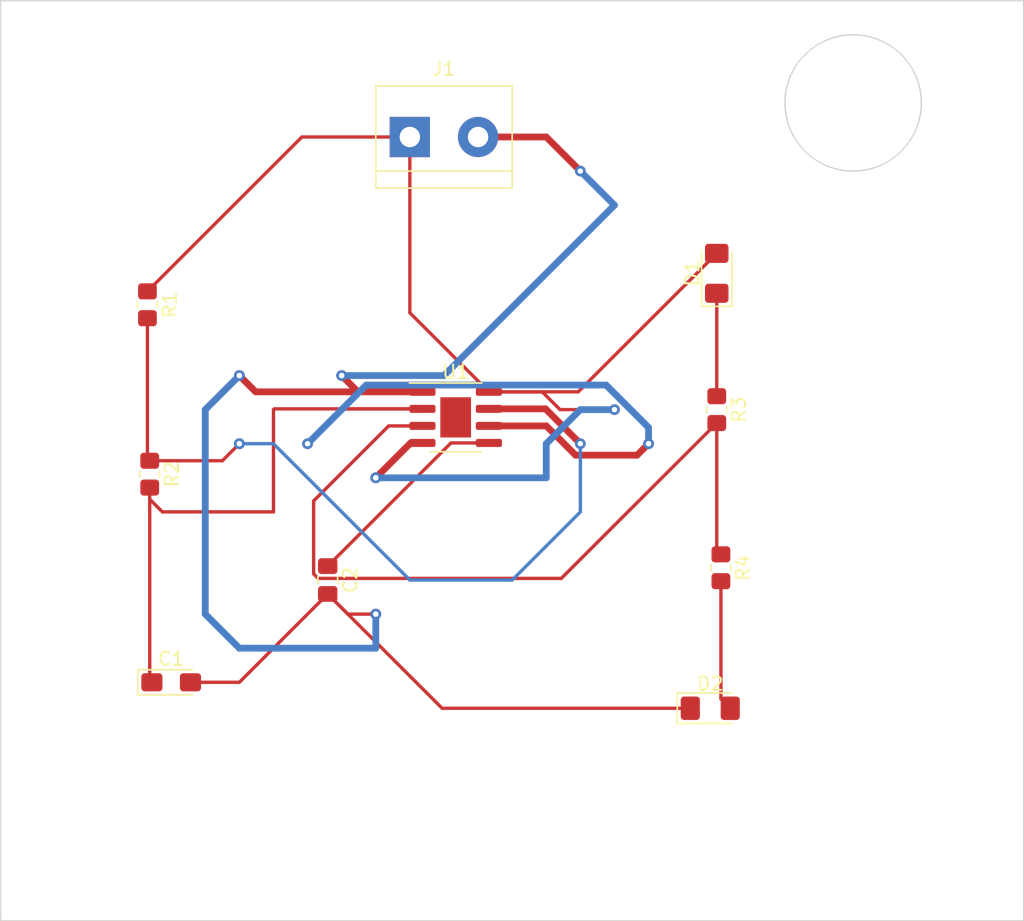
<source format=kicad_pcb>
(kicad_pcb (version 20211014) (generator pcbnew)
  (layers (0 "F.Cu" signal) (31 "B.Cu" signal) (34 "B.Paste" user) (35 "F.Paste" user) (36 "B.SilkS" user "B.Silkscreen") (37 "F.SilkS" user "F.Silkscreen") (38 "B.Mask" user) (39 "F.Mask" user) (44 "Edge.Cuts" user))
  (net 0 "")
  (net 1 "/pin_2")
  (net 2 "GND")
  (net 3 "Net-(C2-Pad1)")
  (net 4 "Net-(D1-Pad1)")
  (net 5 "+9V")
  (net 6 "Net-(D2-Pad2)")
  (net 7 "/pin_7")
  (net 8 "/pin_3")
  (footprint "TerminalBlock:TerminalBlock_bornier-2_P5.08mm" (layer "F.Cu") (at 114.3 58.42)
    (fp_text reference "J1" (at 2.54 -5.08) (layer "F.SilkS"))
    (fp_text value "Conn_01x02_Male")
    (fp_line (start 7.62 3.81) (end 7.62 -3.81) (layer "F.SilkS") (width 0.12))
    (fp_line (start -2.54 3.81) (end 7.62 3.81) (layer "F.SilkS") (width 0.12))
    (fp_line (start 7.62 -3.81) (end -2.54 -3.81) (layer "F.SilkS") (width 0.12))
    (fp_line (start 7.62 2.54) (end -2.54 2.54) (layer "F.SilkS") (width 0.12))
    (fp_line (start -2.54 -3.81) (end -2.54 3.81) (layer "F.SilkS") (width 0.12))
    (pad "1" thru_hole rect (at 0 0) (size 3 3) (drill 1.52) (layers *.Cu *.Mask) (net 5 "+9V"))
    (pad "2" thru_hole circle (at 5.08 0) (size 3 3) (drill 1.52) (layers *.Cu *.Mask) (net 2 "GND"))
  )
  (footprint "Capacitor_Tantalum_SMD:CP_EIA-3216-18_Kemet-A_Pad1.58x1.35mm_HandSolder" (layer "F.Cu") (at 96.52 99.06)
    (fp_text reference "C1" (at 0 -1.75) (layer "F.SilkS"))
    (fp_text value "10uF")
    (fp_line (start -2.485 -0.935) (end -2.485 0.935) (layer "F.SilkS") (width 0.12))
    (fp_line (start -2.485 0.935) (end 1.6 0.935) (layer "F.SilkS") (width 0.12))
    (fp_line (start 1.6 -0.935) (end -2.485 -0.935) (layer "F.SilkS") (width 0.12))
    (pad "1" smd roundrect (at -1.4375 0) (size 1.575 1.35) (layers "F.Cu" "F.Paste" "F.Mask") (roundrect_rratio 0.185185) (net 1 "/pin_2"))
    (pad "2" smd roundrect (at 1.4375 0) (size 1.575 1.35) (layers "F.Cu" "F.Paste" "F.Mask") (roundrect_rratio 0.185185) (net 2 "GND"))
  )
  (footprint "Package_SO:SOIC-8-1EP_3.9x4.9mm_P1.27mm_EP2.29x3mm" (layer "F.Cu") (at 117.7125 79.3175)
    (fp_text reference "U1" (at 0 -3.4) (layer "F.SilkS"))
    (fp_text value "1")
    (fp_line (start 0 2.56) (end -1.95 2.56) (layer "F.SilkS") (width 0.12))
    (fp_line (start 0 -2.56) (end 1.95 -2.56) (layer "F.SilkS") (width 0.12))
    (fp_line (start 0 -2.56) (end -3.45 -2.56) (layer "F.SilkS") (width 0.12))
    (fp_line (start 0 2.56) (end 1.95 2.56) (layer "F.SilkS") (width 0.12))
    (pad "1" smd roundrect (at -2.475 -1.905) (size 1.95 0.6) (layers "F.Cu" "F.Paste" "F.Mask") (net 2 "GND"))
    (pad "2" smd roundrect (at -2.475 -0.635) (size 1.95 0.6) (layers "F.Cu" "F.Paste" "F.Mask") (net 1 "/pin_2"))
    (pad "3" smd roundrect (at -2.475 0.635) (size 1.95 0.6) (layers "F.Cu" "F.Paste" "F.Mask") (net 8 "/pin_3"))
    (pad "4" smd roundrect (at -2.475 1.905) (size 1.95 0.6) (layers "F.Cu" "F.Paste" "F.Mask") (net 5 "+9V"))
    (pad "5" smd roundrect (at 2.475 1.905) (size 1.95 0.6) (layers "F.Cu" "F.Paste" "F.Mask") (net 3 "Net-(C2-Pad1)"))
    (pad "6" smd roundrect (at 2.475 0.635) (size 1.95 0.6) (layers "F.Cu" "F.Paste" "F.Mask") (net 1 "/pin_2"))
    (pad "7" smd roundrect (at 2.475 -0.635) (size 1.95 0.6) (layers "F.Cu" "F.Paste" "F.Mask") (net 7 "/pin_7"))
    (pad "8" smd roundrect (at 2.475 -1.905) (size 1.95 0.6) (layers "F.Cu" "F.Paste" "F.Mask") (net 5 "+9V"))
    (pad "9" smd rect (at 0 0) (size 2.29 3) (layers "F.Cu" "F.Mask"))
  )
  (footprint "LED_SMD:LED_1206_3216Metric_Pad1.42x1.75mm_HandSolder" (layer "F.Cu") (at 136.6775 100.995)
    (fp_text reference "D2" (at 0 -1.82) (layer "F.SilkS"))
    (fp_text value "LED")
    (fp_line (start -2.46 -1.135) (end -2.46 1.135) (layer "F.SilkS") (width 0.12))
    (fp_line (start -2.46 1.135) (end 1.6 1.135) (layer "F.SilkS") (width 0.12))
    (fp_line (start 1.6 -1.135) (end -2.46 -1.135) (layer "F.SilkS") (width 0.12))
    (pad "1" smd roundrect (at -1.4875 0) (size 1.425 1.75) (layers "F.Cu" "F.Paste" "F.Mask") (roundrect_rratio 0.175439) (net 2 "GND"))
    (pad "2" smd roundrect (at 1.4875 0) (size 1.425 1.75) (layers "F.Cu" "F.Paste" "F.Mask") (roundrect_rratio 0.175439) (net 6 "Net-(D2-Pad2)"))
  )
  (footprint "LED_SMD:LED_1206_3216Metric_Pad1.42x1.75mm_HandSolder" (layer "F.Cu") (at 137.16 68.58 90)
    (fp_text reference "D1" (at 0 -1.82 90) (layer "F.SilkS"))
    (fp_text value "LED")
    (fp_line (start 1.6 -1.135) (end -2.46 -1.135) (layer "F.SilkS") (width 0.12))
    (fp_line (start -2.46 1.135) (end 1.6 1.135) (layer "F.SilkS") (width 0.12))
    (fp_line (start -2.46 -1.135) (end -2.46 1.135) (layer "F.SilkS") (width 0.12))
    (pad "1" smd roundrect (at -1.4875 0 90) (size 1.425 1.75) (layers "F.Cu" "F.Paste" "F.Mask") (roundrect_rratio 0.175439) (net 4 "Net-(D1-Pad1)"))
    (pad "2" smd roundrect (at 1.4875 0 90) (size 1.425 1.75) (layers "F.Cu" "F.Paste" "F.Mask") (roundrect_rratio 0.175439) (net 5 "+9V"))
  )
  (footprint "Resistor_SMD:R_0805_2012Metric_Pad1.20x1.40mm_HandSolder" (layer "F.Cu") (at 137.47 90.525 -90)
    (fp_text reference "R4" (at 0 -1.65 90) (layer "F.SilkS"))
    (fp_text value "1k")
    (fp_line (start -0.227064 0.735) (end 0.227064 0.735) (layer "F.SilkS") (width 0.12))
    (fp_line (start -0.227064 -0.735) (end 0.227064 -0.735) (layer "F.SilkS") (width 0.12))
    (pad "1" smd roundrect (at -1 0 270) (size 1.2 1.4) (layers "F.Cu" "F.Paste" "F.Mask") (roundrect_rratio 0.208333) (net 8 "/pin_3"))
    (pad "2" smd roundrect (at 1 0 270) (size 1.2 1.4) (layers "F.Cu" "F.Paste" "F.Mask") (roundrect_rratio 0.208333) (net 6 "Net-(D2-Pad2)"))
  )
  (footprint "Resistor_SMD:R_0805_2012Metric_Pad1.20x1.40mm_HandSolder" (layer "F.Cu") (at 137.16 78.74 -90)
    (fp_text reference "R3" (at 0 -1.65 90) (layer "F.SilkS"))
    (fp_text value "1k")
    (fp_line (start -0.227064 -0.735) (end 0.227064 -0.735) (layer "F.SilkS") (width 0.12))
    (fp_line (start -0.227064 0.735) (end 0.227064 0.735) (layer "F.SilkS") (width 0.12))
    (pad "1" smd roundrect (at -1 0 270) (size 1.2 1.4) (layers "F.Cu" "F.Paste" "F.Mask") (roundrect_rratio 0.208333) (net 4 "Net-(D1-Pad1)"))
    (pad "2" smd roundrect (at 1 0 270) (size 1.2 1.4) (layers "F.Cu" "F.Paste" "F.Mask") (roundrect_rratio 0.208333) (net 8 "/pin_3"))
  )
  (footprint "Resistor_SMD:R_0805_2012Metric_Pad1.20x1.40mm_HandSolder" (layer "F.Cu") (at 94.922384 83.548808 -90)
    (fp_text reference "R2" (at 0 -1.65 90) (layer "F.SilkS"))
    (fp_text value "10k")
    (fp_line (start -0.227064 0.735) (end 0.227064 0.735) (layer "F.SilkS") (width 0.12))
    (fp_line (start -0.227064 -0.735) (end 0.227064 -0.735) (layer "F.SilkS") (width 0.12))
    (pad "1" smd roundrect (at -1 0 270) (size 1.2 1.4) (layers "F.Cu" "F.Paste" "F.Mask") (roundrect_rratio 0.208333) (net 7 "/pin_7"))
    (pad "2" smd roundrect (at 1 0 270) (size 1.2 1.4) (layers "F.Cu" "F.Paste" "F.Mask") (roundrect_rratio 0.208333) (net 1 "/pin_2"))
  )
  (footprint "Capacitor_SMD:C_0805_2012Metric_Pad1.18x1.45mm_HandSolder" (layer "F.Cu") (at 108.1825 91.44 -90)
    (fp_text reference "C2" (at 0 -1.68 90) (layer "F.SilkS"))
    (fp_text value "0.01uF")
    (fp_line (start -0.261252 0.735) (end 0.261252 0.735) (layer "F.SilkS") (width 0.12))
    (fp_line (start -0.261252 -0.735) (end 0.261252 -0.735) (layer "F.SilkS") (width 0.12))
    (pad "1" smd roundrect (at -1.0375 0 270) (size 1.175 1.45) (layers "F.Cu" "F.Paste" "F.Mask") (roundrect_rratio 0.212766) (net 3 "Net-(C2-Pad1)"))
    (pad "2" smd roundrect (at 1.0375 0 270) (size 1.175 1.45) (layers "F.Cu" "F.Paste" "F.Mask") (roundrect_rratio 0.212766) (net 2 "GND"))
  )
  (footprint "Resistor_SMD:R_0805_2012Metric_Pad1.20x1.40mm_HandSolder" (layer "F.Cu") (at 94.752936 70.925 -90)
    (fp_text reference "R1" (at 0 -1.65 90) (layer "F.SilkS"))
    (fp_text value "1k")
    (fp_line (start -0.227064 0.735) (end 0.227064 0.735) (layer "F.SilkS") (width 0.12))
    (fp_line (start -0.227064 -0.735) (end 0.227064 -0.735) (layer "F.SilkS") (width 0.12))
    (pad "1" smd roundrect (at -1 0 270) (size 1.2 1.4) (layers "F.Cu" "F.Paste" "F.Mask") (roundrect_rratio 0.208333) (net 5 "+9V"))
    (pad "2" smd roundrect (at 1 0 270) (size 1.2 1.4) (layers "F.Cu" "F.Paste" "F.Mask") (roundrect_rratio 0.208333) (net 7 "/pin_7"))
  )
  (gr_rect (start 83.82 48.26) (end 160.02 116.84) (layer "Edge.Cuts") (width 0.1) (fill none))
  (gr_circle (center 147.32 55.88) (end 152.4 55.88) (layer "Edge.Cuts") (width 0.1) (fill none))
  (segment (start 124.464761 79.9525) (end 126.646261 82.134) (width 0.508) (layer "F.Cu") (net 1))
  (segment (start 109.2775 78.6825) (end 106.68 81.28) (width 0.25) (layer "F.Cu") (net 1))
  (segment (start 131.226 82.134) (end 132.08 81.28) (width 0.508) (layer "F.Cu") (net 1))
  (segment (start 94.922384 98.899884) (end 95.0825 99.06) (width 0.25) (layer "F.Cu") (net 1))
  (segment (start 104.14 78.74) (end 104.1975 78.6825) (width 0.25) (layer "F.Cu") (net 1))
  (segment (start 120.1875 79.9525) (end 120.5925 79.9525) (width 0.508) (layer "F.Cu") (net 1))
  (segment (start 95.864768 86.36) (end 104.14 86.36) (width 0.25) (layer "F.Cu") (net 1))
  (segment (start 115.2375 78.6825) (end 109.2775 78.6825) (width 0.25) (layer "F.Cu") (net 1))
  (segment (start 94.922384 85.417616) (end 94.922384 98.899884) (width 0.25) (layer "F.Cu") (net 1))
  (segment (start 104.1975 78.6825) (end 115.2375 78.6825) (width 0.25) (layer "F.Cu") (net 1))
  (segment (start 104.14 86.36) (end 104.14 78.74) (width 0.25) (layer "F.Cu") (net 1))
  (segment (start 126.646261 82.134) (end 131.226 82.134) (width 0.508) (layer "F.Cu") (net 1))
  (segment (start 120.1875 79.9525) (end 124.464761 79.9525) (width 0.508) (layer "F.Cu") (net 1))
  (segment (start 94.922384 84.548808) (end 94.922384 85.417616) (width 0.25) (layer "F.Cu") (net 1))
  (segment (start 94.922384 85.417616) (end 95.864768 86.36) (width 0.25) (layer "F.Cu") (net 1))
  (via (at 132.08 81.28) (size 0.8) (drill 0.4) (layers "F.Cu" "B.Cu") (net 1))
  (via (at 106.68 81.28) (size 0.8) (drill 0.4) (layers "F.Cu" "B.Cu") (net 1))
  (via (at 132.08 81.28) (size 0.8) (drill 0.4) (layers "F.Cu" "B.Cu") (net 1))
  (segment (start 111.052 76.908) (end 106.68 81.28) (width 0.508) (layer "B.Cu") (net 1))
  (segment (start 128.915739 76.908) (end 111.052 76.908) (width 0.508) (layer "B.Cu") (net 1))
  (segment (start 132.08 81.28) (end 132.08 80.072261) (width 0.508) (layer "B.Cu") (net 1))
  (segment (start 132.08 80.072261) (end 128.915739 76.908) (width 0.508) (layer "B.Cu") (net 1))
  (segment (start 108.1825 92.4775) (end 116.7 100.995) (width 0.25) (layer "F.Cu") (net 2))
  (segment (start 115.2375 77.4125) (end 110.4325 77.4125) (width 0.508) (layer "F.Cu") (net 2))
  (segment (start 101.6 99.06) (end 108.1825 92.4775) (width 0.25) (layer "F.Cu") (net 2))
  (segment (start 110.4325 77.4125) (end 109.22 76.2) (width 0.508) (layer "F.Cu") (net 2))
  (segment (start 116.7 100.995) (end 135.19 100.995) (width 0.25) (layer "F.Cu") (net 2))
  (segment (start 124.46 58.42) (end 127 60.96) (width 0.508) (layer "F.Cu") (net 2))
  (segment (start 102.8125 77.4125) (end 101.6 76.2) (width 0.508) (layer "F.Cu") (net 2))
  (segment (start 115.2375 77.4125) (end 102.8125 77.4125) (width 0.508) (layer "F.Cu") (net 2))
  (segment (start 119.38 58.42) (end 124.46 58.42) (width 0.508) (layer "F.Cu") (net 2))
  (segment (start 108.1825 92.4775) (end 109.685 93.98) (width 0.25) (layer "F.Cu") (net 2))
  (segment (start 109.685 93.98) (end 111.76 93.98) (width 0.25) (layer "F.Cu") (net 2))
  (segment (start 97.9575 99.06) (end 101.6 99.06) (width 0.25) (layer "F.Cu") (net 2))
  (via (at 101.6 76.2) (size 0.8) (drill 0.4) (layers "F.Cu" "B.Cu") (net 2))
  (via (at 127 60.96) (size 0.8) (drill 0.4) (layers "F.Cu" "B.Cu") (net 2))
  (via (at 101.6 76.2) (size 0.8) (drill 0.4) (layers "F.Cu" "B.Cu") (net 2))
  (via (at 109.22 76.2) (size 0.8) (drill 0.4) (layers "F.Cu" "B.Cu") (net 2))
  (via (at 109.22 76.2) (size 0.8) (drill 0.4) (layers "F.Cu" "B.Cu") (net 2))
  (via (at 111.76 93.98) (size 0.8) (drill 0.4) (layers "F.Cu" "B.Cu") (net 2))
  (via (at 111.76 93.98) (size 0.8) (drill 0.4) (layers "F.Cu" "B.Cu") (net 2))
  (segment (start 99.06 93.98) (end 101.6 96.52) (width 0.508) (layer "B.Cu") (net 2))
  (segment (start 129.54 63.5) (end 116.84 76.2) (width 0.508) (layer "B.Cu") (net 2))
  (segment (start 99.06 78.74) (end 99.06 93.98) (width 0.508) (layer "B.Cu") (net 2))
  (segment (start 111.76 96.52) (end 111.76 93.98) (width 0.508) (layer "B.Cu") (net 2))
  (segment (start 127 60.96) (end 129.54 63.5) (width 0.508) (layer "B.Cu") (net 2))
  (segment (start 101.6 76.2) (end 99.06 78.74) (width 0.508) (layer "B.Cu") (net 2))
  (segment (start 116.84 76.2) (end 109.22 76.2) (width 0.508) (layer "B.Cu") (net 2))
  (segment (start 101.6 96.52) (end 111.76 96.52) (width 0.508) (layer "B.Cu") (net 2))
  (segment (start 117.3625 81.2225) (end 120.1875 81.2225) (width 0.25) (layer "F.Cu") (net 3))
  (segment (start 108.1825 90.4025) (end 117.3625 81.2225) (width 0.25) (layer "F.Cu") (net 3))
  (segment (start 137.16 77.74) (end 137.16 70.0675) (width 0.25) (layer "F.Cu") (net 4))
  (segment (start 124.157805 77.4125) (end 125.485305 78.74) (width 0.25) (layer "F.Cu") (net 5))
  (segment (start 120.1875 77.4125) (end 126.84 77.4125) (width 0.25) (layer "F.Cu") (net 5))
  (segment (start 114.3575 81.2225) (end 111.76 83.82) (width 0.508) (layer "F.Cu") (net 5))
  (segment (start 106.257936 58.42) (end 114.3 58.42) (width 0.25) (layer "F.Cu") (net 5))
  (segment (start 126.84 77.4125) (end 137.16 67.0925) (width 0.25) (layer "F.Cu") (net 5))
  (segment (start 114.3 71.525) (end 120.1875 77.4125) (width 0.25) (layer "F.Cu") (net 5))
  (segment (start 125.485305 78.74) (end 129.54 78.74) (width 0.25) (layer "F.Cu") (net 5))
  (segment (start 94.752936 69.925) (end 106.257936 58.42) (width 0.25) (layer "F.Cu") (net 5))
  (segment (start 120.1875 77.4125) (end 124.157805 77.4125) (width 0.25) (layer "F.Cu") (net 5))
  (segment (start 114.3 58.42) (end 114.3 71.525) (width 0.25) (layer "F.Cu") (net 5))
  (segment (start 115.2375 81.2225) (end 114.3575 81.2225) (width 0.508) (layer "F.Cu") (net 5))
  (via (at 111.76 83.82) (size 0.8) (drill 0.4) (layers "F.Cu" "B.Cu") (net 5))
  (via (at 111.76 83.82) (size 0.8) (drill 0.4) (layers "F.Cu" "B.Cu") (net 5))
  (via (at 111.76 83.82) (size 0.8) (drill 0.4) (layers "F.Cu" "B.Cu") (net 5))
  (via (at 129.54 78.74) (size 0.8) (drill 0.4) (layers "F.Cu" "B.Cu") (net 5))
  (segment (start 127 78.74) (end 129.54 78.74) (width 0.508) (layer "B.Cu") (net 5))
  (segment (start 111.76 83.82) (end 124.46 83.82) (width 0.508) (layer "B.Cu") (net 5))
  (segment (start 124.46 83.82) (end 124.46 81.28) (width 0.508) (layer "B.Cu") (net 5))
  (segment (start 124.46 81.28) (end 127 78.74) (width 0.508) (layer "B.Cu") (net 5))
  (segment (start 137.47 100.3) (end 138.165 100.995) (width 0.25) (layer "F.Cu") (net 6))
  (segment (start 137.47 91.525) (end 137.47 100.3) (width 0.25) (layer "F.Cu") (net 6))
  (segment (start 94.922384 82.548808) (end 100.331192 82.548808) (width 0.25) (layer "F.Cu") (net 7))
  (segment (start 120.1875 78.6825) (end 124.4025 78.6825) (width 0.508) (layer "F.Cu") (net 7))
  (segment (start 94.752936 71.925) (end 94.752936 82.37936) (width 0.25) (layer "F.Cu") (net 7))
  (segment (start 94.752936 82.37936) (end 94.922384 82.548808) (width 0.25) (layer "F.Cu") (net 7))
  (segment (start 100.331192 82.548808) (end 101.6 81.28) (width 0.25) (layer "F.Cu") (net 7))
  (segment (start 124.4025 78.6825) (end 127 81.28) (width 0.508) (layer "F.Cu") (net 7))
  (via (at 127 81.28) (size 0.8) (drill 0.4) (layers "F.Cu" "B.Cu") (net 7))
  (via (at 101.6 81.28) (size 0.8) (drill 0.4) (layers "F.Cu" "B.Cu") (net 7))
  (via (at 101.6 81.28) (size 0.8) (drill 0.4) (layers "F.Cu" "B.Cu") (net 7))
  (segment (start 104.14 81.28) (end 114.3 91.44) (width 0.25) (layer "B.Cu") (net 7))
  (segment (start 114.3 91.44) (end 121.92 91.44) (width 0.25) (layer "B.Cu") (net 7))
  (segment (start 127 86.36) (end 127 81.28) (width 0.25) (layer "B.Cu") (net 7))
  (segment (start 101.6 81.28) (end 104.14 81.28) (width 0.25) (layer "B.Cu") (net 7))
  (segment (start 121.92 91.44) (end 127 86.36) (width 0.25) (layer "B.Cu") (net 7))
  (segment (start 107.1325 90.978173) (end 107.1325 85.545) (width 0.25) (layer "F.Cu") (net 8))
  (segment (start 137.16 89.215) (end 137.47 89.525) (width 0.25) (layer "F.Cu") (net 8))
  (segment (start 125.585 91.315) (end 107.469327 91.315) (width 0.25) (layer "F.Cu") (net 8))
  (segment (start 137.16 79.74) (end 125.585 91.315) (width 0.25) (layer "F.Cu") (net 8))
  (segment (start 107.1325 85.545) (end 112.725 79.9525) (width 0.25) (layer "F.Cu") (net 8))
  (segment (start 112.725 79.9525) (end 115.2375 79.9525) (width 0.25) (layer "F.Cu") (net 8))
  (segment (start 107.469327 91.315) (end 107.1325 90.978173) (width 0.25) (layer "F.Cu") (net 8))
  (segment (start 137.16 79.74) (end 137.16 89.215) (width 0.25) (layer "F.Cu") (net 8))
)
</source>
